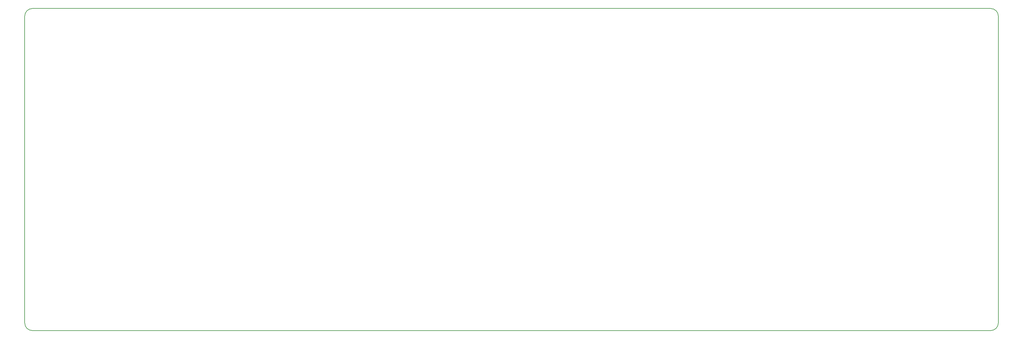
<source format=gbr>
G04 #@! TF.GenerationSoftware,KiCad,Pcbnew,6.0.1-79c1e3a40b~116~ubuntu21.10.1*
G04 #@! TF.CreationDate,2022-02-01T10:26:28+01:00*
G04 #@! TF.ProjectId,lumberjack-bottom,6c756d62-6572-46a6-9163-6b2d626f7474,1.5*
G04 #@! TF.SameCoordinates,Original*
G04 #@! TF.FileFunction,Profile,NP*
%FSLAX46Y46*%
G04 Gerber Fmt 4.6, Leading zero omitted, Abs format (unit mm)*
G04 Created by KiCad (PCBNEW 6.0.1-79c1e3a40b~116~ubuntu21.10.1) date 2022-02-01 10:26:28*
%MOMM*%
%LPD*%
G01*
G04 APERTURE LIST*
G04 #@! TA.AperFunction,Profile*
%ADD10C,0.200000*%
G04 #@! TD*
G04 APERTURE END LIST*
D10*
X10050000Y-147243750D02*
X10050000Y-57543750D01*
X292500000Y-149493750D02*
X12300000Y-149493750D01*
X10050000Y-147243750D02*
G75*
G03*
X12300000Y-149493750I2250000J0D01*
G01*
X292500000Y-149493750D02*
G75*
G03*
X294750000Y-147243750I0J2250000D01*
G01*
X294750000Y-57543750D02*
G75*
G03*
X292500000Y-55293750I-2250000J0D01*
G01*
X12300000Y-55293750D02*
G75*
G03*
X10050000Y-57543750I0J-2250000D01*
G01*
X294750000Y-147243750D02*
X294750000Y-57543750D01*
X292500000Y-55293750D02*
X12300000Y-55293750D01*
M02*

</source>
